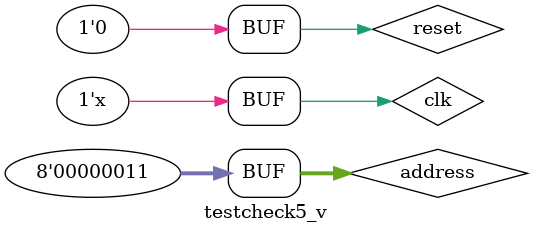
<source format=v>
`timescale 1ns / 1ps


module testcheck5_v;

	// Inputs
	reg clk;
	reg reset;
	reg [7:0] a1;
	reg [7:0] b1;
	reg [7:0] address;

	// Outputs
	wire [7:0] memdata;
	wire alusrca;
	wire memtoreg;
	wire regdst;
	wire iord;
	wire pcen;
	wire regwrite;
	wire [1:0] pcsrc;
	wire [1:0] alusrcb;
	wire [3:0] irwrite;
	wire [2:0] alucontrol;
	wire [7:0] Reg1Adr;
	wire [7:0] Reg2Adr;
	wire branch;
	wire [7:0] src1;
	wire [7:0] src2;
	wire [7:0] alucheck;
	wire [7:0] pcvalue;
	wire [7:0] nextpcvalue;
	wire [7:0] read1;
	wire [7:0] read2;
	wire [7:0] RgDst;
	wire [31:0] instr;
	wire zero;
	wire memread;
	wire memwrite;
	wire [7:0] adr;
	wire [7:0] writedata;

	// Instantiate the Unit Under Test (UUT)
	testbench uut (
		.clk(clk), 
		.reset(reset), 
		.a1(a1), 
		.b1(b1), 
		.address(address), 
		.memdata(memdata), 
		.alusrca(alusrca), 
		.memtoreg(memtoreg), 
		.regdst(regdst), 
		.iord(iord), 
		.pcen(pcen), 
		.regwrite(regwrite), 
		.pcsrc(pcsrc), 
		.alusrcb(alusrcb), 
		.irwrite(irwrite), 
		.alucontrol(alucontrol), 
		.Reg1Adr(Reg1Adr), 
		.Reg2Adr(Reg2Adr), 
		.branch(branch), 
		.src1(src1), 
		.src2(src2), 
		.alucheck(alucheck), 
		.pcvalue(pcvalue), 
		.nextpcvalue(nextpcvalue), 
		.read1(read1), 
		.read2(read2), 
		.RgDst(RgDst), 
		.instr(instr), 
		.zero(zero), 
		.memread(memread), 
		.memwrite(memwrite), 
		.adr(adr), 
		.writedata(writedata)
	);

	always begin
#5
clk=~clk;
end
	initial begin
		// Initialize Inputs
		clk = 0;
		reset = 1;
		address = 0;
		#10;
		//1
		reset=0;
		address=1;
		#10;
		//2
		address=2;
		#10;
		//3
		address=3;
		#10;
		//4
		address=3;
		#10;//5
		#10;//6
		#10;//7
		#10;//8
	
		
	
		// Add stimulus here

	end
      
endmodule


</source>
